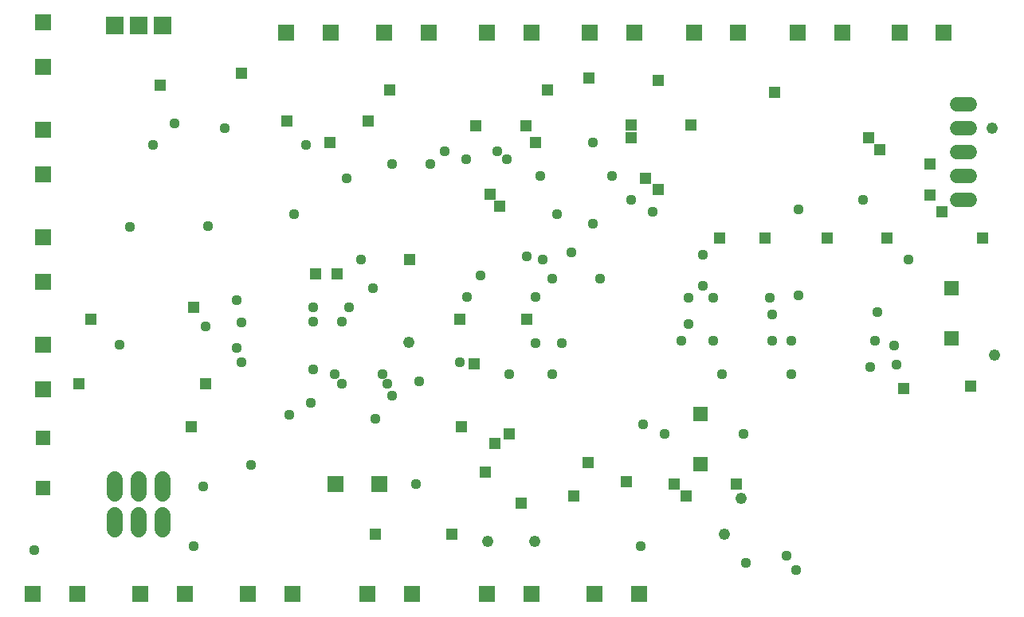
<source format=gbs>
G75*
%MOIN*%
%OFA0B0*%
%FSLAX25Y25*%
%IPPOS*%
%LPD*%
%AMOC8*
5,1,8,0,0,1.08239X$1,22.5*
%
%ADD10C,0.06000*%
%ADD11R,0.06343X0.06343*%
%ADD12R,0.07550X0.07550*%
%ADD13R,0.06950X0.06950*%
%ADD14C,0.04769*%
%ADD15C,0.06800*%
%ADD16C,0.04369*%
%ADD17R,0.04762X0.04762*%
%ADD18C,0.04762*%
D10*
X0399200Y0188495D02*
X0404400Y0188495D01*
X0404400Y0198495D02*
X0399200Y0198495D01*
X0399200Y0208495D02*
X0404400Y0208495D01*
X0404400Y0218495D02*
X0399200Y0218495D01*
X0399200Y0228495D02*
X0404400Y0228495D01*
D11*
X0396800Y0151495D03*
X0396800Y0130495D03*
X0291800Y0098995D03*
X0291800Y0077995D03*
X0016800Y0067995D03*
X0016800Y0088995D03*
D12*
X0046800Y0261495D03*
X0056800Y0261495D03*
X0066800Y0261495D03*
D13*
X0012548Y0023495D03*
X0031052Y0023495D03*
X0057548Y0023495D03*
X0076052Y0023495D03*
X0102548Y0023495D03*
X0121052Y0023495D03*
X0152548Y0023495D03*
X0171052Y0023495D03*
X0202548Y0023495D03*
X0221052Y0023495D03*
X0247548Y0023495D03*
X0266052Y0023495D03*
X0157552Y0069495D03*
X0139048Y0069495D03*
X0016800Y0109243D03*
X0016800Y0127747D03*
X0016800Y0154243D03*
X0016800Y0172747D03*
X0016800Y0199243D03*
X0016800Y0217747D03*
X0016800Y0244243D03*
X0016800Y0262747D03*
X0118548Y0258495D03*
X0137052Y0258495D03*
X0159548Y0258495D03*
X0178052Y0258495D03*
X0202548Y0258495D03*
X0221052Y0258495D03*
X0245548Y0258495D03*
X0264052Y0258495D03*
X0289048Y0258495D03*
X0307552Y0258495D03*
X0332548Y0258495D03*
X0351052Y0258495D03*
X0375048Y0258495D03*
X0393552Y0258495D03*
D14*
X0222643Y0045495D03*
X0202957Y0045495D03*
D15*
X0066800Y0050495D02*
X0066800Y0056495D01*
X0056800Y0056495D02*
X0056800Y0050495D01*
X0046800Y0050495D02*
X0046800Y0056495D01*
X0046800Y0065495D02*
X0046800Y0071495D01*
X0056800Y0071495D02*
X0056800Y0065495D01*
X0066800Y0065495D02*
X0066800Y0071495D01*
D16*
X0083800Y0068495D03*
X0103800Y0077495D03*
X0119800Y0098495D03*
X0128800Y0103495D03*
X0141800Y0111495D03*
X0138800Y0115495D03*
X0129800Y0117495D03*
X0129800Y0137495D03*
X0129800Y0143495D03*
X0141800Y0137495D03*
X0144800Y0143495D03*
X0154800Y0151495D03*
X0149800Y0163495D03*
X0121800Y0182495D03*
X0143800Y0197495D03*
X0162800Y0203495D03*
X0178800Y0203495D03*
X0184800Y0208995D03*
X0193800Y0205495D03*
X0206800Y0208995D03*
X0210800Y0205495D03*
X0224800Y0198495D03*
X0246800Y0212495D03*
X0254800Y0198495D03*
X0262800Y0188495D03*
X0271800Y0183495D03*
X0246800Y0178495D03*
X0231800Y0182495D03*
X0237800Y0166495D03*
X0225800Y0163495D03*
X0219300Y0164995D03*
X0229800Y0155495D03*
X0222800Y0147995D03*
X0199800Y0156995D03*
X0194300Y0147995D03*
X0222800Y0128495D03*
X0233800Y0128495D03*
X0229800Y0115495D03*
X0211800Y0115495D03*
X0191300Y0120495D03*
X0174300Y0112495D03*
X0162800Y0106495D03*
X0160800Y0111495D03*
X0158800Y0115495D03*
X0155800Y0096995D03*
X0172800Y0069495D03*
X0099800Y0120495D03*
X0097800Y0126495D03*
X0099800Y0137235D03*
X0097800Y0146495D03*
X0084800Y0135495D03*
X0048800Y0127995D03*
X0053060Y0177235D03*
X0085800Y0177495D03*
X0062800Y0211495D03*
X0071800Y0220495D03*
X0092800Y0218495D03*
X0126800Y0211495D03*
X0249800Y0155495D03*
X0286800Y0147495D03*
X0292800Y0152495D03*
X0297300Y0147495D03*
X0286800Y0136495D03*
X0283800Y0129495D03*
X0297300Y0129495D03*
X0300800Y0115495D03*
X0321800Y0129495D03*
X0329800Y0129495D03*
X0321800Y0140495D03*
X0320800Y0147495D03*
X0332800Y0148495D03*
X0365800Y0141495D03*
X0364800Y0129495D03*
X0372800Y0127495D03*
X0373800Y0119495D03*
X0362800Y0118495D03*
X0329800Y0115495D03*
X0309800Y0090495D03*
X0276800Y0090495D03*
X0267800Y0094495D03*
X0266800Y0043495D03*
X0310800Y0036495D03*
X0327800Y0039495D03*
X0331800Y0033495D03*
X0378800Y0163495D03*
X0359800Y0188495D03*
X0332800Y0184495D03*
X0292800Y0165495D03*
X0079800Y0043495D03*
X0013300Y0041995D03*
D17*
X0078800Y0093495D03*
X0084800Y0111495D03*
X0036800Y0138495D03*
X0031800Y0111495D03*
X0079800Y0143495D03*
X0130800Y0157495D03*
X0139800Y0157495D03*
X0170300Y0163495D03*
X0191300Y0138495D03*
X0197300Y0119995D03*
X0219300Y0138495D03*
X0207800Y0185995D03*
X0203800Y0190995D03*
X0222800Y0212495D03*
X0218800Y0219495D03*
X0197800Y0219495D03*
X0227800Y0234495D03*
X0245300Y0239495D03*
X0262800Y0219995D03*
X0262800Y0214495D03*
X0268800Y0197495D03*
X0274300Y0192995D03*
X0299800Y0172495D03*
X0318800Y0172495D03*
X0344800Y0172495D03*
X0369800Y0172495D03*
X0392800Y0183495D03*
X0387800Y0190495D03*
X0387800Y0203495D03*
X0366800Y0209495D03*
X0362300Y0214495D03*
X0322800Y0233495D03*
X0287800Y0219995D03*
X0274300Y0238495D03*
X0161800Y0234495D03*
X0152800Y0221495D03*
X0136800Y0212495D03*
X0118800Y0221495D03*
X0099800Y0241495D03*
X0065800Y0236495D03*
X0191800Y0093495D03*
X0205800Y0086495D03*
X0211800Y0090495D03*
X0201800Y0074495D03*
X0216800Y0061495D03*
X0238800Y0064495D03*
X0244800Y0078495D03*
X0260800Y0070495D03*
X0280800Y0069495D03*
X0285800Y0064495D03*
X0306800Y0069495D03*
X0376800Y0109495D03*
X0404800Y0110495D03*
X0409800Y0172495D03*
X0187800Y0048495D03*
X0155800Y0048495D03*
D18*
X0169800Y0128995D03*
X0301800Y0048495D03*
X0308800Y0063495D03*
X0414800Y0123495D03*
X0413800Y0218495D03*
M02*

</source>
